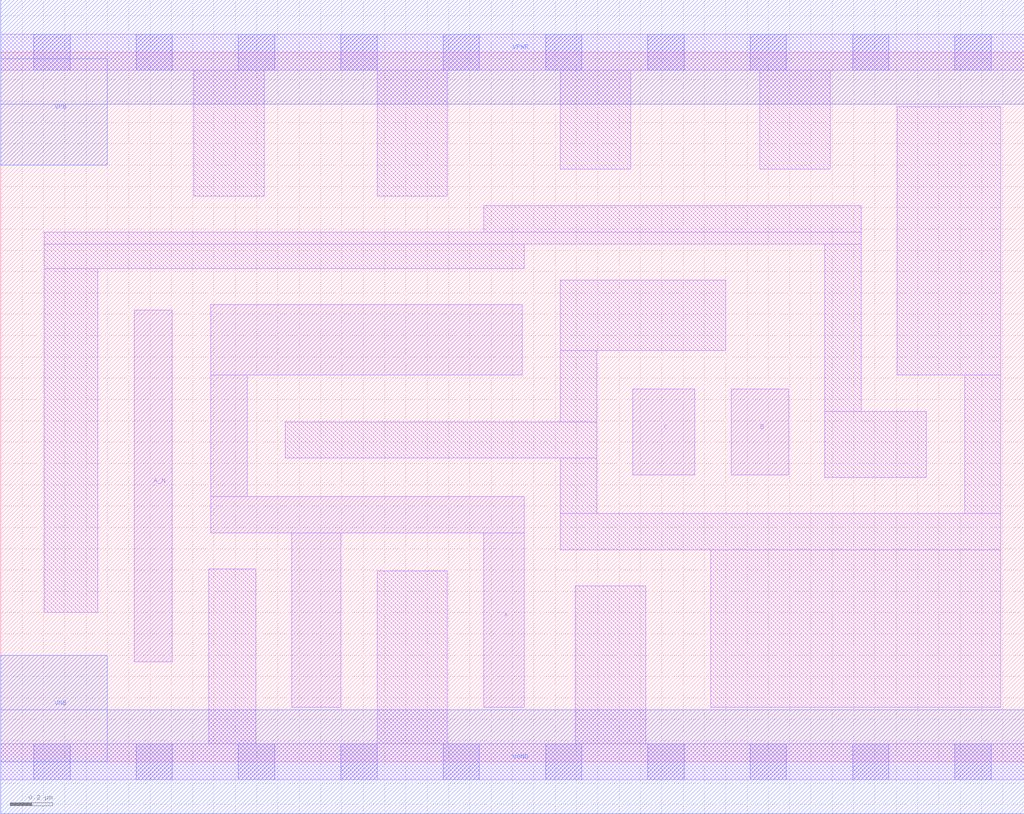
<source format=lef>
# Copyright 2020 The SkyWater PDK Authors
#
# Licensed under the Apache License, Version 2.0 (the "License");
# you may not use this file except in compliance with the License.
# You may obtain a copy of the License at
#
#     https://www.apache.org/licenses/LICENSE-2.0
#
# Unless required by applicable law or agreed to in writing, software
# distributed under the License is distributed on an "AS IS" BASIS,
# WITHOUT WARRANTIES OR CONDITIONS OF ANY KIND, either express or implied.
# See the License for the specific language governing permissions and
# limitations under the License.
#
# SPDX-License-Identifier: Apache-2.0

VERSION 5.5 ;
NAMESCASESENSITIVE ON ;
BUSBITCHARS "[]" ;
DIVIDERCHAR "/" ;
MACRO sky130_fd_sc_lp__and3b_4
  CLASS CORE ;
  SOURCE USER ;
  ORIGIN  0.000000  0.000000 ;
  SIZE  4.800000 BY  3.330000 ;
  SYMMETRY X Y R90 ;
  SITE unit ;
  PIN A_N
    ANTENNAGATEAREA  0.126000 ;
    DIRECTION INPUT ;
    USE SIGNAL ;
    PORT
      LAYER li1 ;
        RECT 0.625000 0.470000 0.805000 2.120000 ;
    END
  END A_N
  PIN B
    ANTENNAGATEAREA  0.315000 ;
    DIRECTION INPUT ;
    USE SIGNAL ;
    PORT
      LAYER li1 ;
        RECT 3.425000 1.345000 3.695000 1.750000 ;
    END
  END B
  PIN C
    ANTENNAGATEAREA  0.315000 ;
    DIRECTION INPUT ;
    USE SIGNAL ;
    PORT
      LAYER li1 ;
        RECT 2.965000 1.345000 3.255000 1.750000 ;
    END
  END C
  PIN X
    ANTENNADIFFAREA  1.176000 ;
    DIRECTION OUTPUT ;
    USE SIGNAL ;
    PORT
      LAYER li1 ;
        RECT 0.985000 1.075000 2.455000 1.245000 ;
        RECT 0.985000 1.245000 1.155000 1.815000 ;
        RECT 0.985000 1.815000 2.445000 2.145000 ;
        RECT 1.365000 0.255000 1.595000 1.075000 ;
        RECT 2.265000 0.255000 2.455000 1.075000 ;
    END
  END X
  PIN VGND
    DIRECTION INOUT ;
    USE GROUND ;
    PORT
      LAYER met1 ;
        RECT 0.000000 -0.245000 4.800000 0.245000 ;
    END
  END VGND
  PIN VNB
    DIRECTION INOUT ;
    USE GROUND ;
    PORT
      LAYER met1 ;
        RECT 0.000000 0.000000 0.500000 0.500000 ;
    END
  END VNB
  PIN VPB
    DIRECTION INOUT ;
    USE POWER ;
    PORT
      LAYER met1 ;
        RECT 0.000000 2.800000 0.500000 3.300000 ;
    END
  END VPB
  PIN VPWR
    DIRECTION INOUT ;
    USE POWER ;
    PORT
      LAYER met1 ;
        RECT 0.000000 3.085000 4.800000 3.575000 ;
    END
  END VPWR
  OBS
    LAYER li1 ;
      RECT 0.000000 -0.085000 4.800000 0.085000 ;
      RECT 0.000000  3.245000 4.800000 3.415000 ;
      RECT 0.205000  0.700000 0.455000 2.315000 ;
      RECT 0.205000  2.315000 2.455000 2.430000 ;
      RECT 0.205000  2.430000 4.035000 2.485000 ;
      RECT 0.905000  2.655000 1.235000 3.245000 ;
      RECT 0.975000  0.085000 1.195000 0.905000 ;
      RECT 1.335000  1.425000 2.795000 1.595000 ;
      RECT 1.765000  0.085000 2.095000 0.895000 ;
      RECT 1.765000  2.655000 2.095000 3.245000 ;
      RECT 2.265000  2.485000 4.035000 2.610000 ;
      RECT 2.625000  0.995000 4.690000 1.165000 ;
      RECT 2.625000  1.165000 2.795000 1.425000 ;
      RECT 2.625000  1.595000 2.795000 1.930000 ;
      RECT 2.625000  1.930000 3.400000 2.260000 ;
      RECT 2.625000  2.780000 2.955000 3.245000 ;
      RECT 2.695000  0.085000 3.025000 0.825000 ;
      RECT 3.330000  0.255000 4.690000 0.995000 ;
      RECT 3.560000  2.780000 3.890000 3.245000 ;
      RECT 3.865000  1.335000 4.340000 1.645000 ;
      RECT 3.865000  1.645000 4.035000 2.430000 ;
      RECT 4.205000  1.815000 4.690000 3.075000 ;
      RECT 4.520000  1.165000 4.690000 1.815000 ;
    LAYER mcon ;
      RECT 0.155000 -0.085000 0.325000 0.085000 ;
      RECT 0.155000  3.245000 0.325000 3.415000 ;
      RECT 0.635000 -0.085000 0.805000 0.085000 ;
      RECT 0.635000  3.245000 0.805000 3.415000 ;
      RECT 1.115000 -0.085000 1.285000 0.085000 ;
      RECT 1.115000  3.245000 1.285000 3.415000 ;
      RECT 1.595000 -0.085000 1.765000 0.085000 ;
      RECT 1.595000  3.245000 1.765000 3.415000 ;
      RECT 2.075000 -0.085000 2.245000 0.085000 ;
      RECT 2.075000  3.245000 2.245000 3.415000 ;
      RECT 2.555000 -0.085000 2.725000 0.085000 ;
      RECT 2.555000  3.245000 2.725000 3.415000 ;
      RECT 3.035000 -0.085000 3.205000 0.085000 ;
      RECT 3.035000  3.245000 3.205000 3.415000 ;
      RECT 3.515000 -0.085000 3.685000 0.085000 ;
      RECT 3.515000  3.245000 3.685000 3.415000 ;
      RECT 3.995000 -0.085000 4.165000 0.085000 ;
      RECT 3.995000  3.245000 4.165000 3.415000 ;
      RECT 4.475000 -0.085000 4.645000 0.085000 ;
      RECT 4.475000  3.245000 4.645000 3.415000 ;
  END
END sky130_fd_sc_lp__and3b_4

</source>
